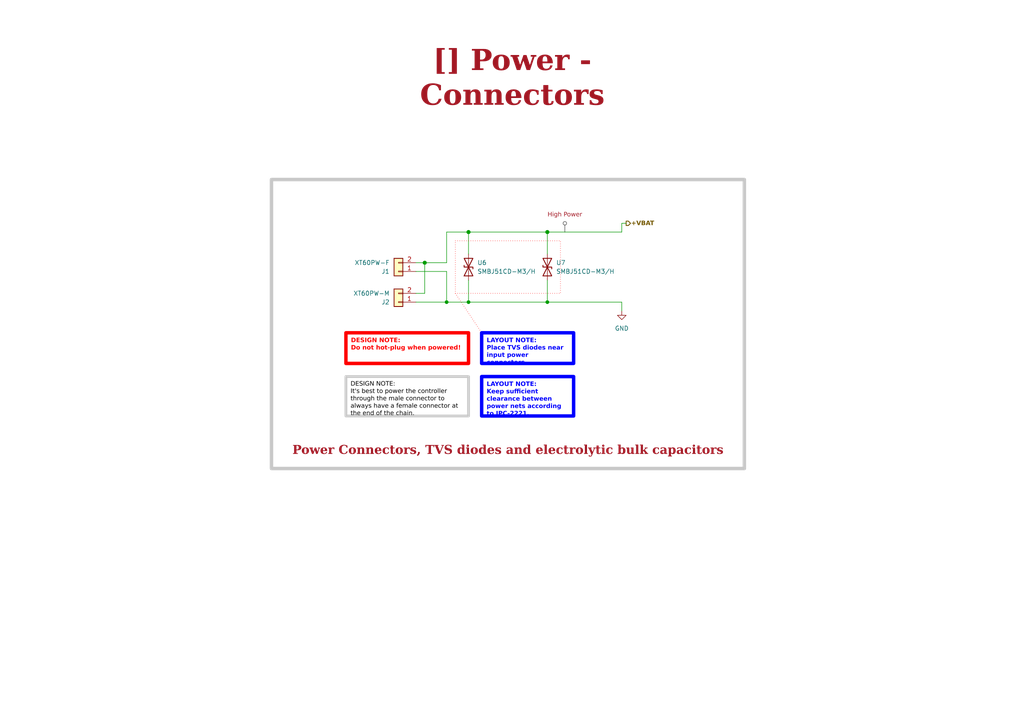
<source format=kicad_sch>
(kicad_sch (version 20230121) (generator eeschema)
  (paper "A4")
  (title_block (title "Power - Connectors") (date "2023-10-14") (rev "${REVISION}") (company "${COMPANY}"))
  (lib_symbols
    (symbol "0_diode:SMBJ51CD-M3/H" (pin_numbers hide) (pin_names hide)
      (property "Reference" "U" (at 0 5.08 0))
      (property "Value" "SMBJ51CD-M3/H" (at 0 2.54 0))
      (symbol "SMBJ51CD-M3/H_0_1"
        (polyline (pts (xy 1.27 0) (xy -1.27 0)))
        (polyline (pts (xy 0.508 1.27) (xy 0 1.27) (xy 0 -1.27) (xy -0.508 -1.27)) (stroke (width 0.254)))
        (polyline (pts (xy -2.54 1.27) (xy -2.54 -1.27) (xy 2.54 1.27) (xy 2.54 -1.27) (xy -2.54 1.27)) (stroke (width 0.254)))
      )
      (symbol "SMBJ51CD-M3/H_1_1"
        (pin passive line (at -3.81 0 0) (length 2.54) (name "A1") (number "1"))
        (pin passive line (at 3.81 0 180) (length 2.54) (name "A2") (number "2"))
      )
    )
    (symbol "Connector_Generic:Conn_01x02" (pin_names (offset 1.016) hide)
      (property "Reference" "J" (at 0 2.54 0))
      (property "Value" "Conn_01x02" (at 0 -5.08 0))
      (symbol "Conn_01x02_1_1"
        (rectangle (start -1.27 -2.413) (end 0 -2.667) (stroke (width 0.1524)))
        (rectangle (start -1.27 0.127) (end 0 -0.127) (stroke (width 0.1524)))
        (rectangle (start -1.27 1.27) (end 1.27 -3.81) (stroke (width 0.254)) (fill (type background)))
        (pin passive line (at -5.08 0 0) (length 3.81) (name "Pin_1") (number "1"))
        (pin passive line (at -5.08 -2.54 0) (length 3.81) (name "Pin_2") (number "2"))
      )
    )
    (symbol "power:GND" (power) (pin_names (offset 0))
      (property "Value" "GND" (at 0 -3.81 0))
      (symbol "GND_0_1"
        (polyline (pts (xy 0 0) (xy 0 -1.27) (xy 1.27 -1.27) (xy 0 -2.54) (xy -1.27 -1.27) (xy 0 -1.27)))
      )
      (symbol "GND_1_1"
        (pin power_in line (at 0 0 270) (length 0) hide (name "GND") (number "1"))
      )
    )
  )
  (junction (at 135.89 67.31) (diameter 1.016))
  (junction (at 158.75 87.63))
  (junction (at 123.19 76.2) (diameter 1.016))
  (junction (at 135.89 87.63))
  (junction (at 129.54 87.63))
  (junction (at 158.75 67.31) (diameter 1.016))
  (wire (pts (xy 135.89 87.63) (xy 158.75 87.63)))
  (wire (pts (xy 135.89 67.31) (xy 158.75 67.31)))
  (wire (pts (xy 120.65 78.74) (xy 129.54 78.74)))
  (wire (pts (xy 180.34 64.77) (xy 181.61 64.77)))
  (wire (pts (xy 129.54 87.63) (xy 135.89 87.63)))
  (wire (pts (xy 123.19 76.2) (xy 129.54 76.2)))
  (wire (pts (xy 120.65 87.63) (xy 129.54 87.63)))
  (wire (pts (xy 180.34 87.63) (xy 180.34 90.17)))
  (polyline (pts (xy 132.08 85.09) (xy 139.7 96.52)) (stroke (width 0) (type dot) (color 255 0 0 1)))
  (wire (pts (xy 158.75 87.63) (xy 180.34 87.63)))
  (wire (pts (xy 120.65 85.09) (xy 123.19 85.09)))
  (wire (pts (xy 158.75 67.31) (xy 180.34 67.31)))
  (wire (pts (xy 180.34 64.77) (xy 180.34 67.31)))
  (wire (pts (xy 129.54 67.31) (xy 129.54 76.2)))
  (wire (pts (xy 129.54 78.74) (xy 129.54 87.63)))
  (wire (pts (xy 120.65 76.2) (xy 123.19 76.2)))
  (wire (pts (xy 158.75 67.31) (xy 158.75 73.66)))
  (wire (pts (xy 123.19 85.09) (xy 123.19 76.2)))
  (wire (pts (xy 135.89 81.28) (xy 135.89 87.63)))
  (wire (pts (xy 135.89 67.31) (xy 135.89 73.66)))
  (wire (pts (xy 129.54 67.31) (xy 135.89 67.31)))
  (wire (pts (xy 158.75 81.28) (xy 158.75 87.63)))
  (rectangle (start 78.74 52.07) (end 215.9 135.89) (stroke (width 1) (color 200 200 200 1)))
  (rectangle (start 132.08 69.85) (end 162.56 85.09) (stroke (width 0) (type dot) (color 255 0 0 1)))
  (text_box "DESIGN NOTE:\nDo not hot-plug when powered!" (at 100.33 96.52 0) (size 35.56 8.89) (stroke (width 1) (color 255 0 0 1)) (effects (font (size 1.27 1.27) (thickness 0.4) bold) (justify left top)))
  (text_box "LAYOUT NOTE:\nPlace TVS diodes near input power connectors." (at 139.7 96.52 0) (size 26.67 8.89) (stroke (width 1) (color 0 0 255 1)) (effects (font (size 1.27 1.27) (thickness 0.4) bold) (justify left top)))
  (text_box "[${#}] ${TITLE}" (at 100.33 16.51 0) (size 96.52 12.7) (stroke (width -0.0001)) (effects (font (size 6 6) (thickness 1.2) bold)))
  (text_box "DESIGN NOTE:\nIt's best to power the controller through the male connector to always have a female connector at the end of the chain.\n" (at 100.33 109.22 0) (size 35.56 11.43) (stroke (width 0.8) (color 200 200 200 1)) (effects (font (size 1.27 1.27)) (justify left top)))
  (text_box "Power Connectors, TVS diodes and electrolytic bulk capacitors" (at 80.01 124.46 0) (size 134.62 9.525) (stroke (width -0.0001)) (effects (font (size 2.54 2.54) (thickness 0.508) bold) (justify bottom)))
  (text_box "LAYOUT NOTE:\nKeep sufficient clearance between power nets according to IPC-2221." (at 139.7 109.22 0) (size 26.67 11.43) (stroke (width 1) (color 0 0 255 1)) (effects (font (size 1.27 1.27) (thickness 0.4) bold) (justify left top)))
  (hierarchical_label "+VBAT" (shape output) (at 181.61 64.77 0) (effects (font bold)))
  (netclass_flag "" (length 2.54) (shape round) (at 163.83 67.31 0) (property "High Power" "High Power" (at 163.83 62.23 0) (effects (font italic))))
  (symbol (lib_id "power:GND") (at 180.34 90.17 0) (unit 1)
    (property "Reference" "#PWR024" (effects hide))
    (property "Value" "GND" (at 180.34 95.25 0))
  )
  (symbol (lib_id "Connector_Generic:Conn_01x02") (at 115.57 87.63 180) (unit 1)
    (property "Reference" "J2" (at 113.03 87.63 0) (effects (justify left)))
    (property "Value" "XT60PW-M" (at 113.03 85.09 0) (effects (justify left)))
    (property "Footprint" "0_connectors:AMASS_XT60PW-M_1x02_P7.20mm_Horizontal" (effects hide))
  )
  (symbol (lib_id "0_diode:SMBJ51CD-M3/H") (at 135.89 77.47 90) (unit 1)
    (property "Reference" "U6" (at 138.43 76.2 90) (effects (justify right)))
    (property "Value" "SMBJ51CD-M3/H" (at 138.43 78.74 90) (effects (justify right)))
    (property "Footprint" "0_diode_smd:DIOM4336X24N" (effects hide))
    (property "Datasheet" "https://www.vishay.com/docs/87606/smbj5cdthrusmbj120cd.pdf" (effects hide))
  )
  (symbol (lib_id "0_diode:SMBJ51CD-M3/H") (at 158.75 77.47 90) (unit 1)
    (property "Reference" "U7" (at 161.29 76.2 90) (effects (justify right)))
    (property "Value" "SMBJ51CD-M3/H" (at 161.29 78.74 90) (effects (justify right)))
    (property "Footprint" "0_diode_smd:DIOM4336X24N" (effects hide))
    (property "Datasheet" "https://www.vishay.com/docs/87606/smbj5cdthrusmbj120cd.pdf" (effects hide))
  )
  (symbol (lib_id "Connector_Generic:Conn_01x02") (at 115.57 78.74 180) (unit 1)
    (property "Reference" "J1" (at 113.03 78.74 0) (effects (justify left)))
    (property "Value" "XT60PW-F" (at 113.03 76.2 0) (effects (justify left)))
    (property "Footprint" "0_connectors:AMASS_XT60PW-F_1x02_P7.20mm_Horizontal" (effects hide))
  )
)
</source>
